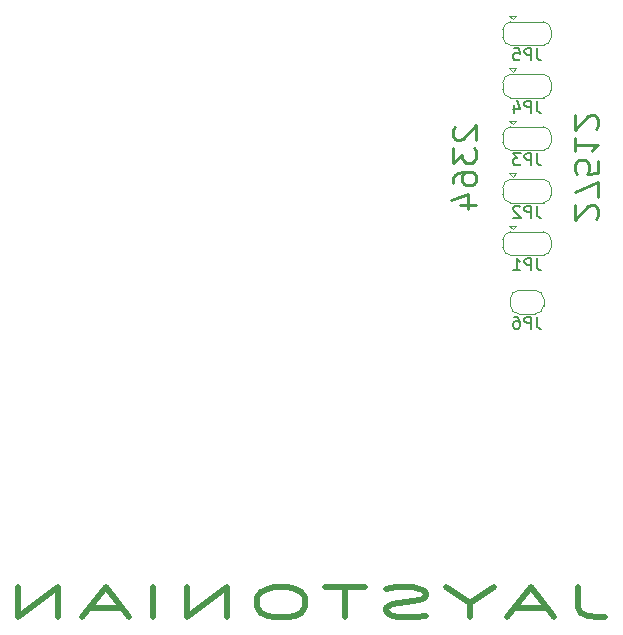
<source format=gbr>
G04 #@! TF.GenerationSoftware,KiCad,Pcbnew,(5.1.5)-3*
G04 #@! TF.CreationDate,2020-10-02T02:33:27-04:00*
G04 #@! TF.ProjectId,commodore-326173-01,636f6d6d-6f64-46f7-9265-2d3332363137,rev?*
G04 #@! TF.SameCoordinates,Original*
G04 #@! TF.FileFunction,Legend,Bot*
G04 #@! TF.FilePolarity,Positive*
%FSLAX46Y46*%
G04 Gerber Fmt 4.6, Leading zero omitted, Abs format (unit mm)*
G04 Created by KiCad (PCBNEW (5.1.5)-3) date 2020-10-02 02:33:27*
%MOMM*%
%LPD*%
G04 APERTURE LIST*
%ADD10C,0.250000*%
%ADD11C,0.500000*%
%ADD12C,0.120000*%
%ADD13C,0.150000*%
G04 APERTURE END LIST*
D10*
X154670238Y-99441428D02*
X154575000Y-99536666D01*
X154479761Y-99727142D01*
X154479761Y-100203333D01*
X154575000Y-100393809D01*
X154670238Y-100489047D01*
X154860714Y-100584285D01*
X155051190Y-100584285D01*
X155336904Y-100489047D01*
X156479761Y-99346190D01*
X156479761Y-100584285D01*
X154479761Y-101250952D02*
X154479761Y-102489047D01*
X155241666Y-101822380D01*
X155241666Y-102108095D01*
X155336904Y-102298571D01*
X155432142Y-102393809D01*
X155622619Y-102489047D01*
X156098809Y-102489047D01*
X156289285Y-102393809D01*
X156384523Y-102298571D01*
X156479761Y-102108095D01*
X156479761Y-101536666D01*
X156384523Y-101346190D01*
X156289285Y-101250952D01*
X154479761Y-104203333D02*
X154479761Y-103822380D01*
X154575000Y-103631904D01*
X154670238Y-103536666D01*
X154955952Y-103346190D01*
X155336904Y-103250952D01*
X156098809Y-103250952D01*
X156289285Y-103346190D01*
X156384523Y-103441428D01*
X156479761Y-103631904D01*
X156479761Y-104012857D01*
X156384523Y-104203333D01*
X156289285Y-104298571D01*
X156098809Y-104393809D01*
X155622619Y-104393809D01*
X155432142Y-104298571D01*
X155336904Y-104203333D01*
X155241666Y-104012857D01*
X155241666Y-103631904D01*
X155336904Y-103441428D01*
X155432142Y-103346190D01*
X155622619Y-103250952D01*
X155146428Y-106108095D02*
X156479761Y-106108095D01*
X154384523Y-105631904D02*
X155813095Y-105155714D01*
X155813095Y-106393809D01*
X166639761Y-107250952D02*
X166735000Y-107155714D01*
X166830238Y-106965238D01*
X166830238Y-106489047D01*
X166735000Y-106298571D01*
X166639761Y-106203333D01*
X166449285Y-106108095D01*
X166258809Y-106108095D01*
X165973095Y-106203333D01*
X164830238Y-107346190D01*
X164830238Y-106108095D01*
X166830238Y-105441428D02*
X166830238Y-104108095D01*
X164830238Y-104965238D01*
X166830238Y-102393809D02*
X166830238Y-103346190D01*
X165877857Y-103441428D01*
X165973095Y-103346190D01*
X166068333Y-103155714D01*
X166068333Y-102679523D01*
X165973095Y-102489047D01*
X165877857Y-102393809D01*
X165687380Y-102298571D01*
X165211190Y-102298571D01*
X165020714Y-102393809D01*
X164925476Y-102489047D01*
X164830238Y-102679523D01*
X164830238Y-103155714D01*
X164925476Y-103346190D01*
X165020714Y-103441428D01*
X164830238Y-100393809D02*
X164830238Y-101536666D01*
X164830238Y-100965238D02*
X166830238Y-100965238D01*
X166544523Y-101155714D01*
X166354047Y-101346190D01*
X166258809Y-101536666D01*
X166639761Y-99631904D02*
X166735000Y-99536666D01*
X166830238Y-99346190D01*
X166830238Y-98870000D01*
X166735000Y-98679523D01*
X166639761Y-98584285D01*
X166449285Y-98489047D01*
X166258809Y-98489047D01*
X165973095Y-98584285D01*
X164830238Y-99727142D01*
X164830238Y-98489047D01*
D11*
X165097142Y-138457952D02*
X165097142Y-140243666D01*
X165382857Y-140600809D01*
X165954285Y-140838904D01*
X166811428Y-140957952D01*
X167382857Y-140957952D01*
X162525714Y-140243666D02*
X159668571Y-140243666D01*
X163097142Y-140957952D02*
X161097142Y-138457952D01*
X159097142Y-140957952D01*
X155954285Y-139767476D02*
X155954285Y-140957952D01*
X157954285Y-138457952D02*
X155954285Y-139767476D01*
X153954285Y-138457952D01*
X152240000Y-140838904D02*
X151382857Y-140957952D01*
X149954285Y-140957952D01*
X149382857Y-140838904D01*
X149097142Y-140719857D01*
X148811428Y-140481761D01*
X148811428Y-140243666D01*
X149097142Y-140005571D01*
X149382857Y-139886523D01*
X149954285Y-139767476D01*
X151097142Y-139648428D01*
X151668571Y-139529380D01*
X151954285Y-139410333D01*
X152240000Y-139172238D01*
X152240000Y-138934142D01*
X151954285Y-138696047D01*
X151668571Y-138577000D01*
X151097142Y-138457952D01*
X149668571Y-138457952D01*
X148811428Y-138577000D01*
X147097142Y-138457952D02*
X143668571Y-138457952D01*
X145382857Y-140957952D02*
X145382857Y-138457952D01*
X140525714Y-138457952D02*
X139382857Y-138457952D01*
X138811428Y-138577000D01*
X138240000Y-138815095D01*
X137954285Y-139291285D01*
X137954285Y-140124619D01*
X138240000Y-140600809D01*
X138811428Y-140838904D01*
X139382857Y-140957952D01*
X140525714Y-140957952D01*
X141097142Y-140838904D01*
X141668571Y-140600809D01*
X141954285Y-140124619D01*
X141954285Y-139291285D01*
X141668571Y-138815095D01*
X141097142Y-138577000D01*
X140525714Y-138457952D01*
X135382857Y-140957952D02*
X135382857Y-138457952D01*
X131954285Y-140957952D01*
X131954285Y-138457952D01*
X129097142Y-140957952D02*
X129097142Y-138457952D01*
X126525714Y-140243666D02*
X123668571Y-140243666D01*
X127097142Y-140957952D02*
X125097142Y-138457952D01*
X123097142Y-140957952D01*
X121097142Y-140957952D02*
X121097142Y-138457952D01*
X117668571Y-140957952D01*
X117668571Y-138457952D01*
D12*
X159582000Y-108147000D02*
X159882000Y-107847000D01*
X159282000Y-107847000D02*
X159882000Y-107847000D01*
X159582000Y-108147000D02*
X159282000Y-107847000D01*
X158732000Y-109047000D02*
X158732000Y-109647000D01*
X162182000Y-108347000D02*
X159382000Y-108347000D01*
X162832000Y-109647000D02*
X162832000Y-109047000D01*
X159382000Y-110347000D02*
X162182000Y-110347000D01*
X162132000Y-110347000D02*
G75*
G03X162832000Y-109647000I0J700000D01*
G01*
X162832000Y-109047000D02*
G75*
G03X162132000Y-108347000I-700000J0D01*
G01*
X159432000Y-108347000D02*
G75*
G03X158732000Y-109047000I0J-700000D01*
G01*
X158732000Y-109647000D02*
G75*
G03X159432000Y-110347000I700000J0D01*
G01*
X158732000Y-105202000D02*
G75*
G03X159432000Y-105902000I700000J0D01*
G01*
X159432000Y-103902000D02*
G75*
G03X158732000Y-104602000I0J-700000D01*
G01*
X162832000Y-104602000D02*
G75*
G03X162132000Y-103902000I-700000J0D01*
G01*
X162132000Y-105902000D02*
G75*
G03X162832000Y-105202000I0J700000D01*
G01*
X159382000Y-105902000D02*
X162182000Y-105902000D01*
X162832000Y-105202000D02*
X162832000Y-104602000D01*
X162182000Y-103902000D02*
X159382000Y-103902000D01*
X158732000Y-104602000D02*
X158732000Y-105202000D01*
X159582000Y-103702000D02*
X159282000Y-103402000D01*
X159282000Y-103402000D02*
X159882000Y-103402000D01*
X159582000Y-103702000D02*
X159882000Y-103402000D01*
X158732000Y-100757000D02*
G75*
G03X159432000Y-101457000I700000J0D01*
G01*
X159432000Y-99457000D02*
G75*
G03X158732000Y-100157000I0J-700000D01*
G01*
X162832000Y-100157000D02*
G75*
G03X162132000Y-99457000I-700000J0D01*
G01*
X162132000Y-101457000D02*
G75*
G03X162832000Y-100757000I0J700000D01*
G01*
X159382000Y-101457000D02*
X162182000Y-101457000D01*
X162832000Y-100757000D02*
X162832000Y-100157000D01*
X162182000Y-99457000D02*
X159382000Y-99457000D01*
X158732000Y-100157000D02*
X158732000Y-100757000D01*
X159582000Y-99257000D02*
X159282000Y-98957000D01*
X159282000Y-98957000D02*
X159882000Y-98957000D01*
X159582000Y-99257000D02*
X159882000Y-98957000D01*
X159582000Y-94812000D02*
X159882000Y-94512000D01*
X159282000Y-94512000D02*
X159882000Y-94512000D01*
X159582000Y-94812000D02*
X159282000Y-94512000D01*
X158732000Y-95712000D02*
X158732000Y-96312000D01*
X162182000Y-95012000D02*
X159382000Y-95012000D01*
X162832000Y-96312000D02*
X162832000Y-95712000D01*
X159382000Y-97012000D02*
X162182000Y-97012000D01*
X162132000Y-97012000D02*
G75*
G03X162832000Y-96312000I0J700000D01*
G01*
X162832000Y-95712000D02*
G75*
G03X162132000Y-95012000I-700000J0D01*
G01*
X159432000Y-95012000D02*
G75*
G03X158732000Y-95712000I0J-700000D01*
G01*
X158732000Y-96312000D02*
G75*
G03X159432000Y-97012000I700000J0D01*
G01*
X159582000Y-90367000D02*
X159882000Y-90067000D01*
X159282000Y-90067000D02*
X159882000Y-90067000D01*
X159582000Y-90367000D02*
X159282000Y-90067000D01*
X158732000Y-91267000D02*
X158732000Y-91867000D01*
X162182000Y-90567000D02*
X159382000Y-90567000D01*
X162832000Y-91867000D02*
X162832000Y-91267000D01*
X159382000Y-92567000D02*
X162182000Y-92567000D01*
X162132000Y-92567000D02*
G75*
G03X162832000Y-91867000I0J700000D01*
G01*
X162832000Y-91267000D02*
G75*
G03X162132000Y-90567000I-700000J0D01*
G01*
X159432000Y-90567000D02*
G75*
G03X158732000Y-91267000I0J-700000D01*
G01*
X158732000Y-91867000D02*
G75*
G03X159432000Y-92567000I700000J0D01*
G01*
X161482000Y-115300000D02*
G75*
G03X162182000Y-114600000I0J700000D01*
G01*
X162182000Y-114000000D02*
G75*
G03X161482000Y-113300000I-700000J0D01*
G01*
X160082000Y-113300000D02*
G75*
G03X159382000Y-114000000I0J-700000D01*
G01*
X159382000Y-114600000D02*
G75*
G03X160082000Y-115300000I700000J0D01*
G01*
X159382000Y-114000000D02*
X159382000Y-114600000D01*
X161482000Y-113300000D02*
X160082000Y-113300000D01*
X162182000Y-114600000D02*
X162182000Y-114000000D01*
X160082000Y-115300000D02*
X161482000Y-115300000D01*
D13*
X161615333Y-110599380D02*
X161615333Y-111313666D01*
X161662952Y-111456523D01*
X161758190Y-111551761D01*
X161901047Y-111599380D01*
X161996285Y-111599380D01*
X161139142Y-111599380D02*
X161139142Y-110599380D01*
X160758190Y-110599380D01*
X160662952Y-110647000D01*
X160615333Y-110694619D01*
X160567714Y-110789857D01*
X160567714Y-110932714D01*
X160615333Y-111027952D01*
X160662952Y-111075571D01*
X160758190Y-111123190D01*
X161139142Y-111123190D01*
X159615333Y-111599380D02*
X160186761Y-111599380D01*
X159901047Y-111599380D02*
X159901047Y-110599380D01*
X159996285Y-110742238D01*
X160091523Y-110837476D01*
X160186761Y-110885095D01*
X161615333Y-106154380D02*
X161615333Y-106868666D01*
X161662952Y-107011523D01*
X161758190Y-107106761D01*
X161901047Y-107154380D01*
X161996285Y-107154380D01*
X161139142Y-107154380D02*
X161139142Y-106154380D01*
X160758190Y-106154380D01*
X160662952Y-106202000D01*
X160615333Y-106249619D01*
X160567714Y-106344857D01*
X160567714Y-106487714D01*
X160615333Y-106582952D01*
X160662952Y-106630571D01*
X160758190Y-106678190D01*
X161139142Y-106678190D01*
X160186761Y-106249619D02*
X160139142Y-106202000D01*
X160043904Y-106154380D01*
X159805809Y-106154380D01*
X159710571Y-106202000D01*
X159662952Y-106249619D01*
X159615333Y-106344857D01*
X159615333Y-106440095D01*
X159662952Y-106582952D01*
X160234380Y-107154380D01*
X159615333Y-107154380D01*
X161615333Y-101709380D02*
X161615333Y-102423666D01*
X161662952Y-102566523D01*
X161758190Y-102661761D01*
X161901047Y-102709380D01*
X161996285Y-102709380D01*
X161139142Y-102709380D02*
X161139142Y-101709380D01*
X160758190Y-101709380D01*
X160662952Y-101757000D01*
X160615333Y-101804619D01*
X160567714Y-101899857D01*
X160567714Y-102042714D01*
X160615333Y-102137952D01*
X160662952Y-102185571D01*
X160758190Y-102233190D01*
X161139142Y-102233190D01*
X160234380Y-101709380D02*
X159615333Y-101709380D01*
X159948666Y-102090333D01*
X159805809Y-102090333D01*
X159710571Y-102137952D01*
X159662952Y-102185571D01*
X159615333Y-102280809D01*
X159615333Y-102518904D01*
X159662952Y-102614142D01*
X159710571Y-102661761D01*
X159805809Y-102709380D01*
X160091523Y-102709380D01*
X160186761Y-102661761D01*
X160234380Y-102614142D01*
X161615333Y-97264380D02*
X161615333Y-97978666D01*
X161662952Y-98121523D01*
X161758190Y-98216761D01*
X161901047Y-98264380D01*
X161996285Y-98264380D01*
X161139142Y-98264380D02*
X161139142Y-97264380D01*
X160758190Y-97264380D01*
X160662952Y-97312000D01*
X160615333Y-97359619D01*
X160567714Y-97454857D01*
X160567714Y-97597714D01*
X160615333Y-97692952D01*
X160662952Y-97740571D01*
X160758190Y-97788190D01*
X161139142Y-97788190D01*
X159710571Y-97597714D02*
X159710571Y-98264380D01*
X159948666Y-97216761D02*
X160186761Y-97931047D01*
X159567714Y-97931047D01*
X161615333Y-92819380D02*
X161615333Y-93533666D01*
X161662952Y-93676523D01*
X161758190Y-93771761D01*
X161901047Y-93819380D01*
X161996285Y-93819380D01*
X161139142Y-93819380D02*
X161139142Y-92819380D01*
X160758190Y-92819380D01*
X160662952Y-92867000D01*
X160615333Y-92914619D01*
X160567714Y-93009857D01*
X160567714Y-93152714D01*
X160615333Y-93247952D01*
X160662952Y-93295571D01*
X160758190Y-93343190D01*
X161139142Y-93343190D01*
X159662952Y-92819380D02*
X160139142Y-92819380D01*
X160186761Y-93295571D01*
X160139142Y-93247952D01*
X160043904Y-93200333D01*
X159805809Y-93200333D01*
X159710571Y-93247952D01*
X159662952Y-93295571D01*
X159615333Y-93390809D01*
X159615333Y-93628904D01*
X159662952Y-93724142D01*
X159710571Y-93771761D01*
X159805809Y-93819380D01*
X160043904Y-93819380D01*
X160139142Y-93771761D01*
X160186761Y-93724142D01*
X161615333Y-115552380D02*
X161615333Y-116266666D01*
X161662952Y-116409523D01*
X161758190Y-116504761D01*
X161901047Y-116552380D01*
X161996285Y-116552380D01*
X161139142Y-116552380D02*
X161139142Y-115552380D01*
X160758190Y-115552380D01*
X160662952Y-115600000D01*
X160615333Y-115647619D01*
X160567714Y-115742857D01*
X160567714Y-115885714D01*
X160615333Y-115980952D01*
X160662952Y-116028571D01*
X160758190Y-116076190D01*
X161139142Y-116076190D01*
X159710571Y-115552380D02*
X159901047Y-115552380D01*
X159996285Y-115600000D01*
X160043904Y-115647619D01*
X160139142Y-115790476D01*
X160186761Y-115980952D01*
X160186761Y-116361904D01*
X160139142Y-116457142D01*
X160091523Y-116504761D01*
X159996285Y-116552380D01*
X159805809Y-116552380D01*
X159710571Y-116504761D01*
X159662952Y-116457142D01*
X159615333Y-116361904D01*
X159615333Y-116123809D01*
X159662952Y-116028571D01*
X159710571Y-115980952D01*
X159805809Y-115933333D01*
X159996285Y-115933333D01*
X160091523Y-115980952D01*
X160139142Y-116028571D01*
X160186761Y-116123809D01*
M02*

</source>
